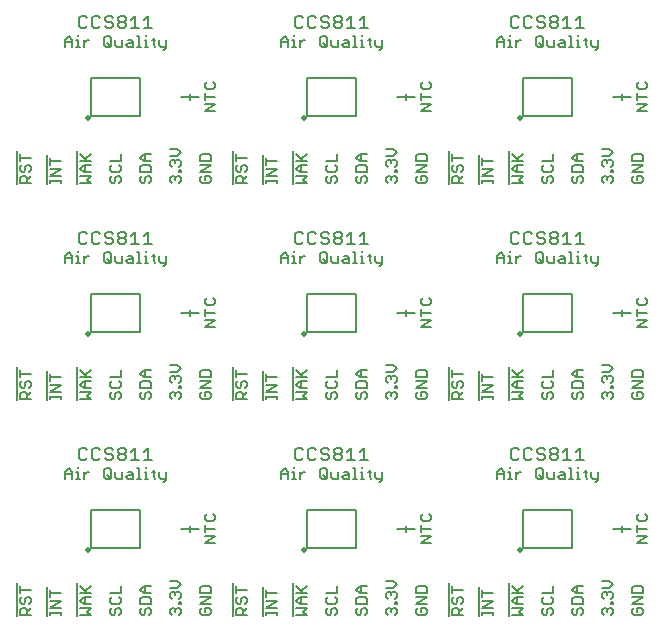
<source format=gto>
G75*
%MOIN*%
%OFA0B0*%
%FSLAX25Y25*%
%IPPOS*%
%LPD*%
%AMOC8*
5,1,8,0,0,1.08239X$1,22.5*
%
%ADD10C,0.00600*%
%ADD11C,0.00700*%
%ADD12C,0.00800*%
%ADD13C,0.02007*%
%ADD14C,0.00500*%
D10*
X0004350Y0016060D02*
X0004350Y0027109D01*
X0005547Y0025995D02*
X0005547Y0023726D01*
X0005547Y0024861D02*
X0008950Y0024861D01*
X0008383Y0022312D02*
X0008950Y0021745D01*
X0008950Y0020610D01*
X0008383Y0020043D01*
X0007249Y0020610D02*
X0007249Y0021745D01*
X0007816Y0022312D01*
X0008383Y0022312D01*
X0007249Y0020610D02*
X0006681Y0020043D01*
X0006114Y0020043D01*
X0005547Y0020610D01*
X0005547Y0021745D01*
X0006114Y0022312D01*
X0006114Y0018629D02*
X0007249Y0018629D01*
X0007816Y0018061D01*
X0007816Y0016360D01*
X0008950Y0016360D02*
X0005547Y0016360D01*
X0005547Y0018061D01*
X0006114Y0018629D01*
X0007816Y0017494D02*
X0008950Y0018629D01*
X0014350Y0016060D02*
X0014350Y0025882D01*
X0015547Y0024767D02*
X0015547Y0022499D01*
X0015547Y0023633D02*
X0018950Y0023633D01*
X0018950Y0021084D02*
X0015547Y0021084D01*
X0015547Y0018815D02*
X0018950Y0021084D01*
X0018950Y0018815D02*
X0015547Y0018815D01*
X0015547Y0017494D02*
X0015547Y0016360D01*
X0015547Y0016927D02*
X0018950Y0016927D01*
X0018950Y0016360D02*
X0018950Y0017494D01*
X0024350Y0016060D02*
X0024350Y0027109D01*
X0025547Y0025995D02*
X0027816Y0023726D01*
X0027249Y0024293D02*
X0028950Y0025995D01*
X0028950Y0023726D02*
X0025547Y0023726D01*
X0026681Y0022312D02*
X0025547Y0021177D01*
X0026681Y0020043D01*
X0028950Y0020043D01*
X0028950Y0018629D02*
X0025547Y0018629D01*
X0027249Y0020043D02*
X0027249Y0022312D01*
X0026681Y0022312D02*
X0028950Y0022312D01*
X0028950Y0018629D02*
X0027816Y0017494D01*
X0028950Y0016360D01*
X0025547Y0016360D01*
X0035547Y0016927D02*
X0036114Y0016360D01*
X0036681Y0016360D01*
X0037249Y0016927D01*
X0037249Y0018061D01*
X0037816Y0018629D01*
X0038383Y0018629D01*
X0038950Y0018061D01*
X0038950Y0016927D01*
X0038383Y0016360D01*
X0035547Y0016927D02*
X0035547Y0018061D01*
X0036114Y0018629D01*
X0036114Y0020043D02*
X0038383Y0020043D01*
X0038950Y0020610D01*
X0038950Y0021745D01*
X0038383Y0022312D01*
X0038950Y0023726D02*
X0038950Y0025995D01*
X0038950Y0023726D02*
X0035547Y0023726D01*
X0036114Y0022312D02*
X0035547Y0021745D01*
X0035547Y0020610D01*
X0036114Y0020043D01*
X0045547Y0020043D02*
X0045547Y0021745D01*
X0046114Y0022312D01*
X0048383Y0022312D01*
X0048950Y0021745D01*
X0048950Y0020043D01*
X0045547Y0020043D01*
X0046114Y0018629D02*
X0045547Y0018061D01*
X0045547Y0016927D01*
X0046114Y0016360D01*
X0046681Y0016360D01*
X0047249Y0016927D01*
X0047249Y0018061D01*
X0047816Y0018629D01*
X0048383Y0018629D01*
X0048950Y0018061D01*
X0048950Y0016927D01*
X0048383Y0016360D01*
X0055547Y0016927D02*
X0055547Y0018061D01*
X0056114Y0018629D01*
X0056681Y0018629D01*
X0057249Y0018061D01*
X0057816Y0018629D01*
X0058383Y0018629D01*
X0058950Y0018061D01*
X0058950Y0016927D01*
X0058383Y0016360D01*
X0057249Y0017494D02*
X0057249Y0018061D01*
X0056114Y0016360D02*
X0055547Y0016927D01*
X0058383Y0020043D02*
X0058383Y0020610D01*
X0058950Y0020610D01*
X0058950Y0020043D01*
X0058383Y0020043D01*
X0058383Y0021885D02*
X0058950Y0022452D01*
X0058950Y0023586D01*
X0058383Y0024153D01*
X0057816Y0024153D01*
X0057249Y0023586D01*
X0057249Y0023019D01*
X0057249Y0023586D02*
X0056681Y0024153D01*
X0056114Y0024153D01*
X0055547Y0023586D01*
X0055547Y0022452D01*
X0056114Y0021885D01*
X0055547Y0025568D02*
X0057816Y0025568D01*
X0058950Y0026702D01*
X0057816Y0027836D01*
X0055547Y0027836D01*
X0048950Y0025995D02*
X0046681Y0025995D01*
X0045547Y0024861D01*
X0046681Y0023726D01*
X0048950Y0023726D01*
X0047249Y0023726D02*
X0047249Y0025995D01*
X0065547Y0025428D02*
X0065547Y0023726D01*
X0068950Y0023726D01*
X0068950Y0025428D01*
X0068383Y0025995D01*
X0066114Y0025995D01*
X0065547Y0025428D01*
X0065547Y0022312D02*
X0068950Y0022312D01*
X0065547Y0020043D01*
X0068950Y0020043D01*
X0068383Y0018629D02*
X0067249Y0018629D01*
X0067249Y0017494D01*
X0068383Y0016360D02*
X0066114Y0016360D01*
X0065547Y0016927D01*
X0065547Y0018061D01*
X0066114Y0018629D01*
X0068383Y0018629D02*
X0068950Y0018061D01*
X0068950Y0016927D01*
X0068383Y0016360D01*
X0076350Y0016060D02*
X0076350Y0027109D01*
X0077547Y0025995D02*
X0077547Y0023726D01*
X0077547Y0024861D02*
X0080950Y0024861D01*
X0080383Y0022312D02*
X0080950Y0021745D01*
X0080950Y0020610D01*
X0080383Y0020043D01*
X0079249Y0020610D02*
X0079249Y0021745D01*
X0079816Y0022312D01*
X0080383Y0022312D01*
X0079249Y0020610D02*
X0078681Y0020043D01*
X0078114Y0020043D01*
X0077547Y0020610D01*
X0077547Y0021745D01*
X0078114Y0022312D01*
X0078114Y0018629D02*
X0079249Y0018629D01*
X0079816Y0018061D01*
X0079816Y0016360D01*
X0080950Y0016360D02*
X0077547Y0016360D01*
X0077547Y0018061D01*
X0078114Y0018629D01*
X0079816Y0017494D02*
X0080950Y0018629D01*
X0086350Y0016060D02*
X0086350Y0025882D01*
X0087547Y0024767D02*
X0087547Y0022499D01*
X0087547Y0023633D02*
X0090950Y0023633D01*
X0090950Y0021084D02*
X0087547Y0021084D01*
X0087547Y0018815D02*
X0090950Y0021084D01*
X0090950Y0018815D02*
X0087547Y0018815D01*
X0087547Y0017494D02*
X0087547Y0016360D01*
X0087547Y0016927D02*
X0090950Y0016927D01*
X0090950Y0016360D02*
X0090950Y0017494D01*
X0096350Y0016060D02*
X0096350Y0027109D01*
X0097547Y0025995D02*
X0099816Y0023726D01*
X0099249Y0024293D02*
X0100950Y0025995D01*
X0100950Y0023726D02*
X0097547Y0023726D01*
X0098681Y0022312D02*
X0097547Y0021177D01*
X0098681Y0020043D01*
X0100950Y0020043D01*
X0100950Y0018629D02*
X0097547Y0018629D01*
X0099249Y0020043D02*
X0099249Y0022312D01*
X0098681Y0022312D02*
X0100950Y0022312D01*
X0100950Y0018629D02*
X0099816Y0017494D01*
X0100950Y0016360D01*
X0097547Y0016360D01*
X0107547Y0016927D02*
X0108114Y0016360D01*
X0108681Y0016360D01*
X0109249Y0016927D01*
X0109249Y0018061D01*
X0109816Y0018629D01*
X0110383Y0018629D01*
X0110950Y0018061D01*
X0110950Y0016927D01*
X0110383Y0016360D01*
X0107547Y0016927D02*
X0107547Y0018061D01*
X0108114Y0018629D01*
X0108114Y0020043D02*
X0110383Y0020043D01*
X0110950Y0020610D01*
X0110950Y0021745D01*
X0110383Y0022312D01*
X0110950Y0023726D02*
X0110950Y0025995D01*
X0110950Y0023726D02*
X0107547Y0023726D01*
X0108114Y0022312D02*
X0107547Y0021745D01*
X0107547Y0020610D01*
X0108114Y0020043D01*
X0117547Y0020043D02*
X0117547Y0021745D01*
X0118114Y0022312D01*
X0120383Y0022312D01*
X0120950Y0021745D01*
X0120950Y0020043D01*
X0117547Y0020043D01*
X0118114Y0018629D02*
X0117547Y0018061D01*
X0117547Y0016927D01*
X0118114Y0016360D01*
X0118681Y0016360D01*
X0119249Y0016927D01*
X0119249Y0018061D01*
X0119816Y0018629D01*
X0120383Y0018629D01*
X0120950Y0018061D01*
X0120950Y0016927D01*
X0120383Y0016360D01*
X0120950Y0023726D02*
X0118681Y0023726D01*
X0117547Y0024861D01*
X0118681Y0025995D01*
X0120950Y0025995D01*
X0119249Y0025995D02*
X0119249Y0023726D01*
X0127547Y0023586D02*
X0128114Y0024153D01*
X0128681Y0024153D01*
X0129249Y0023586D01*
X0129816Y0024153D01*
X0130383Y0024153D01*
X0130950Y0023586D01*
X0130950Y0022452D01*
X0130383Y0021885D01*
X0130383Y0020610D02*
X0130950Y0020610D01*
X0130950Y0020043D01*
X0130383Y0020043D01*
X0130383Y0020610D01*
X0130383Y0018629D02*
X0130950Y0018061D01*
X0130950Y0016927D01*
X0130383Y0016360D01*
X0129249Y0017494D02*
X0129249Y0018061D01*
X0129816Y0018629D01*
X0130383Y0018629D01*
X0129249Y0018061D02*
X0128681Y0018629D01*
X0128114Y0018629D01*
X0127547Y0018061D01*
X0127547Y0016927D01*
X0128114Y0016360D01*
X0128114Y0021885D02*
X0127547Y0022452D01*
X0127547Y0023586D01*
X0129249Y0023586D02*
X0129249Y0023019D01*
X0129816Y0025568D02*
X0127547Y0025568D01*
X0127547Y0027836D02*
X0129816Y0027836D01*
X0130950Y0026702D01*
X0129816Y0025568D01*
X0137547Y0025428D02*
X0137547Y0023726D01*
X0140950Y0023726D01*
X0140950Y0025428D01*
X0140383Y0025995D01*
X0138114Y0025995D01*
X0137547Y0025428D01*
X0137547Y0022312D02*
X0140950Y0022312D01*
X0137547Y0020043D01*
X0140950Y0020043D01*
X0140383Y0018629D02*
X0139249Y0018629D01*
X0139249Y0017494D01*
X0140383Y0016360D02*
X0138114Y0016360D01*
X0137547Y0016927D01*
X0137547Y0018061D01*
X0138114Y0018629D01*
X0140383Y0018629D02*
X0140950Y0018061D01*
X0140950Y0016927D01*
X0140383Y0016360D01*
X0148350Y0016060D02*
X0148350Y0027109D01*
X0149547Y0025995D02*
X0149547Y0023726D01*
X0149547Y0024861D02*
X0152950Y0024861D01*
X0152383Y0022312D02*
X0152950Y0021745D01*
X0152950Y0020610D01*
X0152383Y0020043D01*
X0151249Y0020610D02*
X0151249Y0021745D01*
X0151816Y0022312D01*
X0152383Y0022312D01*
X0151249Y0020610D02*
X0150681Y0020043D01*
X0150114Y0020043D01*
X0149547Y0020610D01*
X0149547Y0021745D01*
X0150114Y0022312D01*
X0150114Y0018629D02*
X0151249Y0018629D01*
X0151816Y0018061D01*
X0151816Y0016360D01*
X0152950Y0016360D02*
X0149547Y0016360D01*
X0149547Y0018061D01*
X0150114Y0018629D01*
X0151816Y0017494D02*
X0152950Y0018629D01*
X0158350Y0016060D02*
X0158350Y0025882D01*
X0159547Y0024767D02*
X0159547Y0022499D01*
X0159547Y0023633D02*
X0162950Y0023633D01*
X0162950Y0021084D02*
X0159547Y0021084D01*
X0159547Y0018815D02*
X0162950Y0021084D01*
X0162950Y0018815D02*
X0159547Y0018815D01*
X0159547Y0017494D02*
X0159547Y0016360D01*
X0159547Y0016927D02*
X0162950Y0016927D01*
X0162950Y0016360D02*
X0162950Y0017494D01*
X0168350Y0016060D02*
X0168350Y0027109D01*
X0169547Y0025995D02*
X0171816Y0023726D01*
X0171249Y0024293D02*
X0172950Y0025995D01*
X0172950Y0023726D02*
X0169547Y0023726D01*
X0170681Y0022312D02*
X0172950Y0022312D01*
X0171249Y0022312D02*
X0171249Y0020043D01*
X0170681Y0020043D02*
X0172950Y0020043D01*
X0172950Y0018629D02*
X0169547Y0018629D01*
X0170681Y0020043D02*
X0169547Y0021177D01*
X0170681Y0022312D01*
X0172950Y0018629D02*
X0171816Y0017494D01*
X0172950Y0016360D01*
X0169547Y0016360D01*
X0179547Y0016927D02*
X0180114Y0016360D01*
X0180681Y0016360D01*
X0181249Y0016927D01*
X0181249Y0018061D01*
X0181816Y0018629D01*
X0182383Y0018629D01*
X0182950Y0018061D01*
X0182950Y0016927D01*
X0182383Y0016360D01*
X0180114Y0018629D02*
X0179547Y0018061D01*
X0179547Y0016927D01*
X0180114Y0020043D02*
X0179547Y0020610D01*
X0179547Y0021745D01*
X0180114Y0022312D01*
X0179547Y0023726D02*
X0182950Y0023726D01*
X0182950Y0025995D01*
X0182383Y0022312D02*
X0182950Y0021745D01*
X0182950Y0020610D01*
X0182383Y0020043D01*
X0180114Y0020043D01*
X0189547Y0020043D02*
X0189547Y0021745D01*
X0190114Y0022312D01*
X0192383Y0022312D01*
X0192950Y0021745D01*
X0192950Y0020043D01*
X0189547Y0020043D01*
X0190114Y0018629D02*
X0189547Y0018061D01*
X0189547Y0016927D01*
X0190114Y0016360D01*
X0190681Y0016360D01*
X0191249Y0016927D01*
X0191249Y0018061D01*
X0191816Y0018629D01*
X0192383Y0018629D01*
X0192950Y0018061D01*
X0192950Y0016927D01*
X0192383Y0016360D01*
X0192950Y0023726D02*
X0190681Y0023726D01*
X0189547Y0024861D01*
X0190681Y0025995D01*
X0192950Y0025995D01*
X0191249Y0025995D02*
X0191249Y0023726D01*
X0199547Y0023586D02*
X0200114Y0024153D01*
X0200681Y0024153D01*
X0201249Y0023586D01*
X0201816Y0024153D01*
X0202383Y0024153D01*
X0202950Y0023586D01*
X0202950Y0022452D01*
X0202383Y0021885D01*
X0202383Y0020610D02*
X0202950Y0020610D01*
X0202950Y0020043D01*
X0202383Y0020043D01*
X0202383Y0020610D01*
X0202383Y0018629D02*
X0202950Y0018061D01*
X0202950Y0016927D01*
X0202383Y0016360D01*
X0201249Y0017494D02*
X0201249Y0018061D01*
X0201816Y0018629D01*
X0202383Y0018629D01*
X0201249Y0018061D02*
X0200681Y0018629D01*
X0200114Y0018629D01*
X0199547Y0018061D01*
X0199547Y0016927D01*
X0200114Y0016360D01*
X0200114Y0021885D02*
X0199547Y0022452D01*
X0199547Y0023586D01*
X0201249Y0023586D02*
X0201249Y0023019D01*
X0201816Y0025568D02*
X0199547Y0025568D01*
X0199547Y0027836D02*
X0201816Y0027836D01*
X0202950Y0026702D01*
X0201816Y0025568D01*
X0209547Y0025428D02*
X0209547Y0023726D01*
X0212950Y0023726D01*
X0212950Y0025428D01*
X0212383Y0025995D01*
X0210114Y0025995D01*
X0209547Y0025428D01*
X0209547Y0022312D02*
X0212950Y0022312D01*
X0209547Y0020043D01*
X0212950Y0020043D01*
X0212383Y0018629D02*
X0211249Y0018629D01*
X0211249Y0017494D01*
X0212383Y0016360D02*
X0212950Y0016927D01*
X0212950Y0018061D01*
X0212383Y0018629D01*
X0210114Y0018629D02*
X0209547Y0018061D01*
X0209547Y0016927D01*
X0210114Y0016360D01*
X0212383Y0016360D01*
X0211047Y0040335D02*
X0214450Y0042604D01*
X0211047Y0042604D01*
X0211047Y0044018D02*
X0211047Y0046287D01*
X0211047Y0045153D02*
X0214450Y0045153D01*
X0213883Y0047702D02*
X0211614Y0047702D01*
X0211047Y0048269D01*
X0211047Y0049403D01*
X0211614Y0049970D01*
X0213883Y0049970D02*
X0214450Y0049403D01*
X0214450Y0048269D01*
X0213883Y0047702D01*
X0214450Y0040335D02*
X0211047Y0040335D01*
X0197563Y0060726D02*
X0196996Y0060726D01*
X0197563Y0060726D02*
X0198130Y0061293D01*
X0198130Y0064129D01*
X0195862Y0064129D02*
X0195862Y0062427D01*
X0196429Y0061860D01*
X0198130Y0061860D01*
X0194541Y0061860D02*
X0193973Y0062427D01*
X0193973Y0064696D01*
X0193406Y0064129D02*
X0194541Y0064129D01*
X0191518Y0064129D02*
X0191518Y0061860D01*
X0190951Y0061860D02*
X0192085Y0061860D01*
X0191518Y0064129D02*
X0190951Y0064129D01*
X0191518Y0065263D02*
X0191518Y0065830D01*
X0189063Y0065263D02*
X0189063Y0061860D01*
X0189630Y0061860D02*
X0188495Y0061860D01*
X0187081Y0061860D02*
X0185379Y0061860D01*
X0184812Y0062427D01*
X0185379Y0062994D01*
X0187081Y0062994D01*
X0187081Y0063561D02*
X0187081Y0061860D01*
X0187081Y0063561D02*
X0186514Y0064129D01*
X0185379Y0064129D01*
X0183398Y0064129D02*
X0183398Y0061860D01*
X0181696Y0061860D01*
X0181129Y0062427D01*
X0181129Y0064129D01*
X0179715Y0064696D02*
X0179715Y0062427D01*
X0179148Y0061860D01*
X0178013Y0061860D01*
X0177446Y0062427D01*
X0177446Y0064696D01*
X0178013Y0065263D01*
X0179148Y0065263D01*
X0179715Y0064696D01*
X0178580Y0062994D02*
X0179715Y0061860D01*
X0172395Y0064129D02*
X0171828Y0064129D01*
X0170694Y0062994D01*
X0170694Y0061860D02*
X0170694Y0064129D01*
X0168805Y0064129D02*
X0168805Y0061860D01*
X0168238Y0061860D02*
X0169373Y0061860D01*
X0168805Y0064129D02*
X0168238Y0064129D01*
X0168805Y0065263D02*
X0168805Y0065830D01*
X0166824Y0064129D02*
X0166824Y0061860D01*
X0166824Y0063561D02*
X0164555Y0063561D01*
X0164555Y0064129D02*
X0165689Y0065263D01*
X0166824Y0064129D01*
X0164555Y0064129D02*
X0164555Y0061860D01*
X0188495Y0065263D02*
X0189063Y0065263D01*
X0190114Y0088360D02*
X0190681Y0088360D01*
X0191249Y0088927D01*
X0191249Y0090061D01*
X0191816Y0090629D01*
X0192383Y0090629D01*
X0192950Y0090061D01*
X0192950Y0088927D01*
X0192383Y0088360D01*
X0190114Y0088360D02*
X0189547Y0088927D01*
X0189547Y0090061D01*
X0190114Y0090629D01*
X0189547Y0092043D02*
X0189547Y0093745D01*
X0190114Y0094312D01*
X0192383Y0094312D01*
X0192950Y0093745D01*
X0192950Y0092043D01*
X0189547Y0092043D01*
X0190681Y0095726D02*
X0189547Y0096861D01*
X0190681Y0097995D01*
X0192950Y0097995D01*
X0191249Y0097995D02*
X0191249Y0095726D01*
X0190681Y0095726D02*
X0192950Y0095726D01*
X0199547Y0095586D02*
X0199547Y0094452D01*
X0200114Y0093885D01*
X0201249Y0095019D02*
X0201249Y0095586D01*
X0201816Y0096153D01*
X0202383Y0096153D01*
X0202950Y0095586D01*
X0202950Y0094452D01*
X0202383Y0093885D01*
X0202383Y0092610D02*
X0202950Y0092610D01*
X0202950Y0092043D01*
X0202383Y0092043D01*
X0202383Y0092610D01*
X0202383Y0090629D02*
X0202950Y0090061D01*
X0202950Y0088927D01*
X0202383Y0088360D01*
X0201249Y0089494D02*
X0201249Y0090061D01*
X0201816Y0090629D01*
X0202383Y0090629D01*
X0201249Y0090061D02*
X0200681Y0090629D01*
X0200114Y0090629D01*
X0199547Y0090061D01*
X0199547Y0088927D01*
X0200114Y0088360D01*
X0199547Y0095586D02*
X0200114Y0096153D01*
X0200681Y0096153D01*
X0201249Y0095586D01*
X0201816Y0097568D02*
X0199547Y0097568D01*
X0199547Y0099836D02*
X0201816Y0099836D01*
X0202950Y0098702D01*
X0201816Y0097568D01*
X0209547Y0097428D02*
X0209547Y0095726D01*
X0212950Y0095726D01*
X0212950Y0097428D01*
X0212383Y0097995D01*
X0210114Y0097995D01*
X0209547Y0097428D01*
X0209547Y0094312D02*
X0212950Y0094312D01*
X0209547Y0092043D01*
X0212950Y0092043D01*
X0212383Y0090629D02*
X0211249Y0090629D01*
X0211249Y0089494D01*
X0212383Y0088360D02*
X0210114Y0088360D01*
X0209547Y0088927D01*
X0209547Y0090061D01*
X0210114Y0090629D01*
X0212383Y0090629D02*
X0212950Y0090061D01*
X0212950Y0088927D01*
X0212383Y0088360D01*
X0211047Y0112335D02*
X0214450Y0114604D01*
X0211047Y0114604D01*
X0211047Y0116018D02*
X0211047Y0118287D01*
X0211047Y0117153D02*
X0214450Y0117153D01*
X0213883Y0119702D02*
X0211614Y0119702D01*
X0211047Y0120269D01*
X0211047Y0121403D01*
X0211614Y0121970D01*
X0213883Y0121970D02*
X0214450Y0121403D01*
X0214450Y0120269D01*
X0213883Y0119702D01*
X0214450Y0112335D02*
X0211047Y0112335D01*
X0197563Y0132726D02*
X0196996Y0132726D01*
X0197563Y0132726D02*
X0198130Y0133293D01*
X0198130Y0136129D01*
X0195862Y0136129D02*
X0195862Y0134427D01*
X0196429Y0133860D01*
X0198130Y0133860D01*
X0194541Y0133860D02*
X0193973Y0134427D01*
X0193973Y0136696D01*
X0193406Y0136129D02*
X0194541Y0136129D01*
X0191518Y0136129D02*
X0191518Y0133860D01*
X0190951Y0133860D02*
X0192085Y0133860D01*
X0191518Y0136129D02*
X0190951Y0136129D01*
X0191518Y0137263D02*
X0191518Y0137830D01*
X0189063Y0137263D02*
X0189063Y0133860D01*
X0189630Y0133860D02*
X0188495Y0133860D01*
X0187081Y0133860D02*
X0185379Y0133860D01*
X0184812Y0134427D01*
X0185379Y0134994D01*
X0187081Y0134994D01*
X0187081Y0135561D02*
X0187081Y0133860D01*
X0187081Y0135561D02*
X0186514Y0136129D01*
X0185379Y0136129D01*
X0183398Y0136129D02*
X0183398Y0133860D01*
X0181696Y0133860D01*
X0181129Y0134427D01*
X0181129Y0136129D01*
X0179715Y0136696D02*
X0179715Y0134427D01*
X0179148Y0133860D01*
X0178013Y0133860D01*
X0177446Y0134427D01*
X0177446Y0136696D01*
X0178013Y0137263D01*
X0179148Y0137263D01*
X0179715Y0136696D01*
X0178580Y0134994D02*
X0179715Y0133860D01*
X0172395Y0136129D02*
X0171828Y0136129D01*
X0170694Y0134994D01*
X0170694Y0133860D02*
X0170694Y0136129D01*
X0168805Y0136129D02*
X0168805Y0133860D01*
X0168238Y0133860D02*
X0169373Y0133860D01*
X0168805Y0136129D02*
X0168238Y0136129D01*
X0168805Y0137263D02*
X0168805Y0137830D01*
X0166824Y0136129D02*
X0165689Y0137263D01*
X0164555Y0136129D01*
X0164555Y0133860D01*
X0164555Y0135561D02*
X0166824Y0135561D01*
X0166824Y0136129D02*
X0166824Y0133860D01*
X0188495Y0137263D02*
X0189063Y0137263D01*
X0190114Y0160360D02*
X0190681Y0160360D01*
X0191249Y0160927D01*
X0191249Y0162061D01*
X0191816Y0162629D01*
X0192383Y0162629D01*
X0192950Y0162061D01*
X0192950Y0160927D01*
X0192383Y0160360D01*
X0190114Y0160360D02*
X0189547Y0160927D01*
X0189547Y0162061D01*
X0190114Y0162629D01*
X0189547Y0164043D02*
X0189547Y0165745D01*
X0190114Y0166312D01*
X0192383Y0166312D01*
X0192950Y0165745D01*
X0192950Y0164043D01*
X0189547Y0164043D01*
X0190681Y0167726D02*
X0189547Y0168861D01*
X0190681Y0169995D01*
X0192950Y0169995D01*
X0191249Y0169995D02*
X0191249Y0167726D01*
X0190681Y0167726D02*
X0192950Y0167726D01*
X0199547Y0167586D02*
X0200114Y0168153D01*
X0200681Y0168153D01*
X0201249Y0167586D01*
X0201816Y0168153D01*
X0202383Y0168153D01*
X0202950Y0167586D01*
X0202950Y0166452D01*
X0202383Y0165885D01*
X0202383Y0164610D02*
X0202950Y0164610D01*
X0202950Y0164043D01*
X0202383Y0164043D01*
X0202383Y0164610D01*
X0202383Y0162629D02*
X0202950Y0162061D01*
X0202950Y0160927D01*
X0202383Y0160360D01*
X0201249Y0161494D02*
X0201249Y0162061D01*
X0201816Y0162629D01*
X0202383Y0162629D01*
X0201249Y0162061D02*
X0200681Y0162629D01*
X0200114Y0162629D01*
X0199547Y0162061D01*
X0199547Y0160927D01*
X0200114Y0160360D01*
X0200114Y0165885D02*
X0199547Y0166452D01*
X0199547Y0167586D01*
X0201249Y0167586D02*
X0201249Y0167019D01*
X0201816Y0169568D02*
X0199547Y0169568D01*
X0199547Y0171836D02*
X0201816Y0171836D01*
X0202950Y0170702D01*
X0201816Y0169568D01*
X0209547Y0169428D02*
X0209547Y0167726D01*
X0212950Y0167726D01*
X0212950Y0169428D01*
X0212383Y0169995D01*
X0210114Y0169995D01*
X0209547Y0169428D01*
X0209547Y0166312D02*
X0212950Y0166312D01*
X0209547Y0164043D01*
X0212950Y0164043D01*
X0212383Y0162629D02*
X0211249Y0162629D01*
X0211249Y0161494D01*
X0212383Y0160360D02*
X0212950Y0160927D01*
X0212950Y0162061D01*
X0212383Y0162629D01*
X0210114Y0162629D02*
X0209547Y0162061D01*
X0209547Y0160927D01*
X0210114Y0160360D01*
X0212383Y0160360D01*
X0211047Y0184335D02*
X0214450Y0186604D01*
X0211047Y0186604D01*
X0211047Y0188018D02*
X0211047Y0190287D01*
X0211047Y0189153D02*
X0214450Y0189153D01*
X0213883Y0191702D02*
X0211614Y0191702D01*
X0211047Y0192269D01*
X0211047Y0193403D01*
X0211614Y0193970D01*
X0213883Y0193970D02*
X0214450Y0193403D01*
X0214450Y0192269D01*
X0213883Y0191702D01*
X0214450Y0184335D02*
X0211047Y0184335D01*
X0197563Y0204726D02*
X0196996Y0204726D01*
X0197563Y0204726D02*
X0198130Y0205293D01*
X0198130Y0208129D01*
X0195862Y0208129D02*
X0195862Y0206427D01*
X0196429Y0205860D01*
X0198130Y0205860D01*
X0194541Y0205860D02*
X0193973Y0206427D01*
X0193973Y0208696D01*
X0193406Y0208129D02*
X0194541Y0208129D01*
X0191518Y0208129D02*
X0191518Y0205860D01*
X0190951Y0205860D02*
X0192085Y0205860D01*
X0191518Y0208129D02*
X0190951Y0208129D01*
X0191518Y0209263D02*
X0191518Y0209830D01*
X0189063Y0209263D02*
X0189063Y0205860D01*
X0189630Y0205860D02*
X0188495Y0205860D01*
X0187081Y0205860D02*
X0185379Y0205860D01*
X0184812Y0206427D01*
X0185379Y0206994D01*
X0187081Y0206994D01*
X0187081Y0207561D02*
X0187081Y0205860D01*
X0187081Y0207561D02*
X0186514Y0208129D01*
X0185379Y0208129D01*
X0183398Y0208129D02*
X0183398Y0205860D01*
X0181696Y0205860D01*
X0181129Y0206427D01*
X0181129Y0208129D01*
X0179715Y0208696D02*
X0179715Y0206427D01*
X0179148Y0205860D01*
X0178013Y0205860D01*
X0177446Y0206427D01*
X0177446Y0208696D01*
X0178013Y0209263D01*
X0179148Y0209263D01*
X0179715Y0208696D01*
X0178580Y0206994D02*
X0179715Y0205860D01*
X0172395Y0208129D02*
X0171828Y0208129D01*
X0170694Y0206994D01*
X0170694Y0205860D02*
X0170694Y0208129D01*
X0168805Y0208129D02*
X0168805Y0205860D01*
X0168238Y0205860D02*
X0169373Y0205860D01*
X0168805Y0208129D02*
X0168238Y0208129D01*
X0168805Y0209263D02*
X0168805Y0209830D01*
X0166824Y0208129D02*
X0166824Y0205860D01*
X0166824Y0207561D02*
X0164555Y0207561D01*
X0164555Y0208129D02*
X0165689Y0209263D01*
X0166824Y0208129D01*
X0164555Y0208129D02*
X0164555Y0205860D01*
X0188495Y0209263D02*
X0189063Y0209263D01*
X0168350Y0171109D02*
X0168350Y0160060D01*
X0169547Y0160360D02*
X0172950Y0160360D01*
X0171816Y0161494D01*
X0172950Y0162629D01*
X0169547Y0162629D01*
X0170681Y0164043D02*
X0169547Y0165177D01*
X0170681Y0166312D01*
X0172950Y0166312D01*
X0172950Y0167726D02*
X0169547Y0167726D01*
X0171249Y0168293D02*
X0172950Y0169995D01*
X0171816Y0167726D02*
X0169547Y0169995D01*
X0171249Y0166312D02*
X0171249Y0164043D01*
X0170681Y0164043D02*
X0172950Y0164043D01*
X0179547Y0164610D02*
X0180114Y0164043D01*
X0182383Y0164043D01*
X0182950Y0164610D01*
X0182950Y0165745D01*
X0182383Y0166312D01*
X0182950Y0167726D02*
X0182950Y0169995D01*
X0182950Y0167726D02*
X0179547Y0167726D01*
X0180114Y0166312D02*
X0179547Y0165745D01*
X0179547Y0164610D01*
X0180114Y0162629D02*
X0179547Y0162061D01*
X0179547Y0160927D01*
X0180114Y0160360D01*
X0180681Y0160360D01*
X0181249Y0160927D01*
X0181249Y0162061D01*
X0181816Y0162629D01*
X0182383Y0162629D01*
X0182950Y0162061D01*
X0182950Y0160927D01*
X0182383Y0160360D01*
X0162950Y0160360D02*
X0162950Y0161494D01*
X0162950Y0160927D02*
X0159547Y0160927D01*
X0159547Y0160360D02*
X0159547Y0161494D01*
X0159547Y0162815D02*
X0162950Y0165084D01*
X0159547Y0165084D01*
X0159547Y0166499D02*
X0159547Y0168767D01*
X0159547Y0167633D02*
X0162950Y0167633D01*
X0162950Y0162815D02*
X0159547Y0162815D01*
X0158350Y0160060D02*
X0158350Y0169882D01*
X0152950Y0168861D02*
X0149547Y0168861D01*
X0149547Y0169995D02*
X0149547Y0167726D01*
X0150114Y0166312D02*
X0149547Y0165745D01*
X0149547Y0164610D01*
X0150114Y0164043D01*
X0150681Y0164043D01*
X0151249Y0164610D01*
X0151249Y0165745D01*
X0151816Y0166312D01*
X0152383Y0166312D01*
X0152950Y0165745D01*
X0152950Y0164610D01*
X0152383Y0164043D01*
X0152950Y0162629D02*
X0151816Y0161494D01*
X0151816Y0162061D02*
X0151816Y0160360D01*
X0152950Y0160360D02*
X0149547Y0160360D01*
X0149547Y0162061D01*
X0150114Y0162629D01*
X0151249Y0162629D01*
X0151816Y0162061D01*
X0148350Y0160060D02*
X0148350Y0171109D01*
X0140950Y0169428D02*
X0140950Y0167726D01*
X0137547Y0167726D01*
X0137547Y0169428D01*
X0138114Y0169995D01*
X0140383Y0169995D01*
X0140950Y0169428D01*
X0140950Y0166312D02*
X0137547Y0166312D01*
X0137547Y0164043D02*
X0140950Y0166312D01*
X0140950Y0164043D02*
X0137547Y0164043D01*
X0138114Y0162629D02*
X0137547Y0162061D01*
X0137547Y0160927D01*
X0138114Y0160360D01*
X0140383Y0160360D01*
X0140950Y0160927D01*
X0140950Y0162061D01*
X0140383Y0162629D01*
X0139249Y0162629D01*
X0139249Y0161494D01*
X0130950Y0160927D02*
X0130383Y0160360D01*
X0130950Y0160927D02*
X0130950Y0162061D01*
X0130383Y0162629D01*
X0129816Y0162629D01*
X0129249Y0162061D01*
X0129249Y0161494D01*
X0129249Y0162061D02*
X0128681Y0162629D01*
X0128114Y0162629D01*
X0127547Y0162061D01*
X0127547Y0160927D01*
X0128114Y0160360D01*
X0130383Y0164043D02*
X0130383Y0164610D01*
X0130950Y0164610D01*
X0130950Y0164043D01*
X0130383Y0164043D01*
X0130383Y0165885D02*
X0130950Y0166452D01*
X0130950Y0167586D01*
X0130383Y0168153D01*
X0129816Y0168153D01*
X0129249Y0167586D01*
X0129249Y0167019D01*
X0129249Y0167586D02*
X0128681Y0168153D01*
X0128114Y0168153D01*
X0127547Y0167586D01*
X0127547Y0166452D01*
X0128114Y0165885D01*
X0127547Y0169568D02*
X0129816Y0169568D01*
X0130950Y0170702D01*
X0129816Y0171836D01*
X0127547Y0171836D01*
X0120950Y0169995D02*
X0118681Y0169995D01*
X0117547Y0168861D01*
X0118681Y0167726D01*
X0120950Y0167726D01*
X0120383Y0166312D02*
X0120950Y0165745D01*
X0120950Y0164043D01*
X0117547Y0164043D01*
X0117547Y0165745D01*
X0118114Y0166312D01*
X0120383Y0166312D01*
X0119249Y0167726D02*
X0119249Y0169995D01*
X0119816Y0162629D02*
X0120383Y0162629D01*
X0120950Y0162061D01*
X0120950Y0160927D01*
X0120383Y0160360D01*
X0119249Y0160927D02*
X0119249Y0162061D01*
X0119816Y0162629D01*
X0118114Y0162629D02*
X0117547Y0162061D01*
X0117547Y0160927D01*
X0118114Y0160360D01*
X0118681Y0160360D01*
X0119249Y0160927D01*
X0110950Y0160927D02*
X0110383Y0160360D01*
X0110950Y0160927D02*
X0110950Y0162061D01*
X0110383Y0162629D01*
X0109816Y0162629D01*
X0109249Y0162061D01*
X0109249Y0160927D01*
X0108681Y0160360D01*
X0108114Y0160360D01*
X0107547Y0160927D01*
X0107547Y0162061D01*
X0108114Y0162629D01*
X0108114Y0164043D02*
X0110383Y0164043D01*
X0110950Y0164610D01*
X0110950Y0165745D01*
X0110383Y0166312D01*
X0110950Y0167726D02*
X0110950Y0169995D01*
X0110950Y0167726D02*
X0107547Y0167726D01*
X0108114Y0166312D02*
X0107547Y0165745D01*
X0107547Y0164610D01*
X0108114Y0164043D01*
X0100950Y0164043D02*
X0098681Y0164043D01*
X0097547Y0165177D01*
X0098681Y0166312D01*
X0100950Y0166312D01*
X0100950Y0167726D02*
X0097547Y0167726D01*
X0099249Y0168293D02*
X0100950Y0169995D01*
X0099816Y0167726D02*
X0097547Y0169995D01*
X0096350Y0171109D02*
X0096350Y0160060D01*
X0097547Y0160360D02*
X0100950Y0160360D01*
X0099816Y0161494D01*
X0100950Y0162629D01*
X0097547Y0162629D01*
X0099249Y0164043D02*
X0099249Y0166312D01*
X0090950Y0165084D02*
X0087547Y0165084D01*
X0087547Y0166499D02*
X0087547Y0168767D01*
X0087547Y0167633D02*
X0090950Y0167633D01*
X0090950Y0165084D02*
X0087547Y0162815D01*
X0090950Y0162815D01*
X0090950Y0161494D02*
X0090950Y0160360D01*
X0090950Y0160927D02*
X0087547Y0160927D01*
X0087547Y0160360D02*
X0087547Y0161494D01*
X0086350Y0160060D02*
X0086350Y0169882D01*
X0080950Y0168861D02*
X0077547Y0168861D01*
X0077547Y0169995D02*
X0077547Y0167726D01*
X0078114Y0166312D02*
X0077547Y0165745D01*
X0077547Y0164610D01*
X0078114Y0164043D01*
X0078681Y0164043D01*
X0079249Y0164610D01*
X0079249Y0165745D01*
X0079816Y0166312D01*
X0080383Y0166312D01*
X0080950Y0165745D01*
X0080950Y0164610D01*
X0080383Y0164043D01*
X0080950Y0162629D02*
X0079816Y0161494D01*
X0079816Y0162061D02*
X0079816Y0160360D01*
X0080950Y0160360D02*
X0077547Y0160360D01*
X0077547Y0162061D01*
X0078114Y0162629D01*
X0079249Y0162629D01*
X0079816Y0162061D01*
X0076350Y0160060D02*
X0076350Y0171109D01*
X0068950Y0169428D02*
X0068950Y0167726D01*
X0065547Y0167726D01*
X0065547Y0169428D01*
X0066114Y0169995D01*
X0068383Y0169995D01*
X0068950Y0169428D01*
X0068950Y0166312D02*
X0065547Y0166312D01*
X0065547Y0164043D02*
X0068950Y0166312D01*
X0068950Y0164043D02*
X0065547Y0164043D01*
X0066114Y0162629D02*
X0065547Y0162061D01*
X0065547Y0160927D01*
X0066114Y0160360D01*
X0068383Y0160360D01*
X0068950Y0160927D01*
X0068950Y0162061D01*
X0068383Y0162629D01*
X0067249Y0162629D01*
X0067249Y0161494D01*
X0058950Y0160927D02*
X0058383Y0160360D01*
X0058950Y0160927D02*
X0058950Y0162061D01*
X0058383Y0162629D01*
X0057816Y0162629D01*
X0057249Y0162061D01*
X0057249Y0161494D01*
X0057249Y0162061D02*
X0056681Y0162629D01*
X0056114Y0162629D01*
X0055547Y0162061D01*
X0055547Y0160927D01*
X0056114Y0160360D01*
X0058383Y0164043D02*
X0058383Y0164610D01*
X0058950Y0164610D01*
X0058950Y0164043D01*
X0058383Y0164043D01*
X0058383Y0165885D02*
X0058950Y0166452D01*
X0058950Y0167586D01*
X0058383Y0168153D01*
X0057816Y0168153D01*
X0057249Y0167586D01*
X0057249Y0167019D01*
X0057249Y0167586D02*
X0056681Y0168153D01*
X0056114Y0168153D01*
X0055547Y0167586D01*
X0055547Y0166452D01*
X0056114Y0165885D01*
X0055547Y0169568D02*
X0057816Y0169568D01*
X0058950Y0170702D01*
X0057816Y0171836D01*
X0055547Y0171836D01*
X0048950Y0169995D02*
X0046681Y0169995D01*
X0045547Y0168861D01*
X0046681Y0167726D01*
X0048950Y0167726D01*
X0048383Y0166312D02*
X0046114Y0166312D01*
X0045547Y0165745D01*
X0045547Y0164043D01*
X0048950Y0164043D01*
X0048950Y0165745D01*
X0048383Y0166312D01*
X0047249Y0167726D02*
X0047249Y0169995D01*
X0047816Y0162629D02*
X0048383Y0162629D01*
X0048950Y0162061D01*
X0048950Y0160927D01*
X0048383Y0160360D01*
X0047249Y0160927D02*
X0047249Y0162061D01*
X0047816Y0162629D01*
X0046114Y0162629D02*
X0045547Y0162061D01*
X0045547Y0160927D01*
X0046114Y0160360D01*
X0046681Y0160360D01*
X0047249Y0160927D01*
X0038950Y0160927D02*
X0038383Y0160360D01*
X0038950Y0160927D02*
X0038950Y0162061D01*
X0038383Y0162629D01*
X0037816Y0162629D01*
X0037249Y0162061D01*
X0037249Y0160927D01*
X0036681Y0160360D01*
X0036114Y0160360D01*
X0035547Y0160927D01*
X0035547Y0162061D01*
X0036114Y0162629D01*
X0036114Y0164043D02*
X0038383Y0164043D01*
X0038950Y0164610D01*
X0038950Y0165745D01*
X0038383Y0166312D01*
X0038950Y0167726D02*
X0038950Y0169995D01*
X0038950Y0167726D02*
X0035547Y0167726D01*
X0036114Y0166312D02*
X0035547Y0165745D01*
X0035547Y0164610D01*
X0036114Y0164043D01*
X0028950Y0164043D02*
X0026681Y0164043D01*
X0025547Y0165177D01*
X0026681Y0166312D01*
X0028950Y0166312D01*
X0028950Y0167726D02*
X0025547Y0167726D01*
X0027249Y0168293D02*
X0028950Y0169995D01*
X0027816Y0167726D02*
X0025547Y0169995D01*
X0024350Y0171109D02*
X0024350Y0160060D01*
X0025547Y0160360D02*
X0028950Y0160360D01*
X0027816Y0161494D01*
X0028950Y0162629D01*
X0025547Y0162629D01*
X0027249Y0164043D02*
X0027249Y0166312D01*
X0018950Y0165084D02*
X0015547Y0165084D01*
X0015547Y0166499D02*
X0015547Y0168767D01*
X0015547Y0167633D02*
X0018950Y0167633D01*
X0018950Y0165084D02*
X0015547Y0162815D01*
X0018950Y0162815D01*
X0018950Y0161494D02*
X0018950Y0160360D01*
X0018950Y0160927D02*
X0015547Y0160927D01*
X0015547Y0160360D02*
X0015547Y0161494D01*
X0014350Y0160060D02*
X0014350Y0169882D01*
X0008950Y0168861D02*
X0005547Y0168861D01*
X0005547Y0169995D02*
X0005547Y0167726D01*
X0006114Y0166312D02*
X0005547Y0165745D01*
X0005547Y0164610D01*
X0006114Y0164043D01*
X0006681Y0164043D01*
X0007249Y0164610D01*
X0007249Y0165745D01*
X0007816Y0166312D01*
X0008383Y0166312D01*
X0008950Y0165745D01*
X0008950Y0164610D01*
X0008383Y0164043D01*
X0008950Y0162629D02*
X0007816Y0161494D01*
X0007816Y0162061D02*
X0007816Y0160360D01*
X0008950Y0160360D02*
X0005547Y0160360D01*
X0005547Y0162061D01*
X0006114Y0162629D01*
X0007249Y0162629D01*
X0007816Y0162061D01*
X0004350Y0160060D02*
X0004350Y0171109D01*
X0020555Y0205860D02*
X0020555Y0208129D01*
X0021689Y0209263D01*
X0022824Y0208129D01*
X0022824Y0205860D01*
X0024238Y0205860D02*
X0025373Y0205860D01*
X0024805Y0205860D02*
X0024805Y0208129D01*
X0024238Y0208129D01*
X0024805Y0209263D02*
X0024805Y0209830D01*
X0026694Y0208129D02*
X0026694Y0205860D01*
X0026694Y0206994D02*
X0027828Y0208129D01*
X0028395Y0208129D01*
X0022824Y0207561D02*
X0020555Y0207561D01*
X0033446Y0206427D02*
X0034013Y0205860D01*
X0035148Y0205860D01*
X0035715Y0206427D01*
X0035715Y0208696D01*
X0035148Y0209263D01*
X0034013Y0209263D01*
X0033446Y0208696D01*
X0033446Y0206427D01*
X0034580Y0206994D02*
X0035715Y0205860D01*
X0037129Y0206427D02*
X0037696Y0205860D01*
X0039398Y0205860D01*
X0039398Y0208129D01*
X0041379Y0208129D02*
X0042514Y0208129D01*
X0043081Y0207561D01*
X0043081Y0205860D01*
X0041379Y0205860D01*
X0040812Y0206427D01*
X0041379Y0206994D01*
X0043081Y0206994D01*
X0044495Y0205860D02*
X0045630Y0205860D01*
X0045063Y0205860D02*
X0045063Y0209263D01*
X0044495Y0209263D01*
X0046951Y0208129D02*
X0047518Y0208129D01*
X0047518Y0205860D01*
X0046951Y0205860D02*
X0048085Y0205860D01*
X0049973Y0206427D02*
X0050541Y0205860D01*
X0049973Y0206427D02*
X0049973Y0208696D01*
X0049406Y0208129D02*
X0050541Y0208129D01*
X0051862Y0208129D02*
X0051862Y0206427D01*
X0052429Y0205860D01*
X0054130Y0205860D01*
X0054130Y0205293D02*
X0053563Y0204726D01*
X0052996Y0204726D01*
X0054130Y0205293D02*
X0054130Y0208129D01*
X0047518Y0209263D02*
X0047518Y0209830D01*
X0037129Y0208129D02*
X0037129Y0206427D01*
X0067047Y0193403D02*
X0067047Y0192269D01*
X0067614Y0191702D01*
X0069883Y0191702D01*
X0070450Y0192269D01*
X0070450Y0193403D01*
X0069883Y0193970D01*
X0067614Y0193970D02*
X0067047Y0193403D01*
X0067047Y0190287D02*
X0067047Y0188018D01*
X0067047Y0189153D02*
X0070450Y0189153D01*
X0070450Y0186604D02*
X0067047Y0186604D01*
X0067047Y0184335D02*
X0070450Y0186604D01*
X0070450Y0184335D02*
X0067047Y0184335D01*
X0092555Y0205860D02*
X0092555Y0208129D01*
X0093689Y0209263D01*
X0094824Y0208129D01*
X0094824Y0205860D01*
X0096238Y0205860D02*
X0097373Y0205860D01*
X0096805Y0205860D02*
X0096805Y0208129D01*
X0096238Y0208129D01*
X0096805Y0209263D02*
X0096805Y0209830D01*
X0098694Y0208129D02*
X0098694Y0205860D01*
X0098694Y0206994D02*
X0099828Y0208129D01*
X0100395Y0208129D01*
X0094824Y0207561D02*
X0092555Y0207561D01*
X0105446Y0206427D02*
X0106013Y0205860D01*
X0107148Y0205860D01*
X0107715Y0206427D01*
X0107715Y0208696D01*
X0107148Y0209263D01*
X0106013Y0209263D01*
X0105446Y0208696D01*
X0105446Y0206427D01*
X0106580Y0206994D02*
X0107715Y0205860D01*
X0109129Y0206427D02*
X0109696Y0205860D01*
X0111398Y0205860D01*
X0111398Y0208129D01*
X0113379Y0208129D02*
X0114514Y0208129D01*
X0115081Y0207561D01*
X0115081Y0205860D01*
X0113379Y0205860D01*
X0112812Y0206427D01*
X0113379Y0206994D01*
X0115081Y0206994D01*
X0116495Y0205860D02*
X0117630Y0205860D01*
X0117063Y0205860D02*
X0117063Y0209263D01*
X0116495Y0209263D01*
X0118951Y0208129D02*
X0119518Y0208129D01*
X0119518Y0205860D01*
X0118951Y0205860D02*
X0120085Y0205860D01*
X0121973Y0206427D02*
X0122541Y0205860D01*
X0121973Y0206427D02*
X0121973Y0208696D01*
X0121406Y0208129D02*
X0122541Y0208129D01*
X0123862Y0208129D02*
X0123862Y0206427D01*
X0124429Y0205860D01*
X0126130Y0205860D01*
X0126130Y0205293D02*
X0125563Y0204726D01*
X0124996Y0204726D01*
X0126130Y0205293D02*
X0126130Y0208129D01*
X0119518Y0209263D02*
X0119518Y0209830D01*
X0109129Y0208129D02*
X0109129Y0206427D01*
X0139047Y0193403D02*
X0139047Y0192269D01*
X0139614Y0191702D01*
X0141883Y0191702D01*
X0142450Y0192269D01*
X0142450Y0193403D01*
X0141883Y0193970D01*
X0139614Y0193970D02*
X0139047Y0193403D01*
X0139047Y0190287D02*
X0139047Y0188018D01*
X0139047Y0189153D02*
X0142450Y0189153D01*
X0142450Y0186604D02*
X0139047Y0186604D01*
X0139047Y0184335D02*
X0142450Y0186604D01*
X0142450Y0184335D02*
X0139047Y0184335D01*
X0119518Y0137830D02*
X0119518Y0137263D01*
X0119518Y0136129D02*
X0119518Y0133860D01*
X0118951Y0133860D02*
X0120085Y0133860D01*
X0121973Y0134427D02*
X0121973Y0136696D01*
X0121406Y0136129D02*
X0122541Y0136129D01*
X0123862Y0136129D02*
X0123862Y0134427D01*
X0124429Y0133860D01*
X0126130Y0133860D01*
X0126130Y0133293D02*
X0125563Y0132726D01*
X0124996Y0132726D01*
X0126130Y0133293D02*
X0126130Y0136129D01*
X0122541Y0133860D02*
X0121973Y0134427D01*
X0119518Y0136129D02*
X0118951Y0136129D01*
X0117063Y0137263D02*
X0117063Y0133860D01*
X0117630Y0133860D02*
X0116495Y0133860D01*
X0115081Y0133860D02*
X0115081Y0135561D01*
X0114514Y0136129D01*
X0113379Y0136129D01*
X0113379Y0134994D02*
X0115081Y0134994D01*
X0115081Y0133860D02*
X0113379Y0133860D01*
X0112812Y0134427D01*
X0113379Y0134994D01*
X0111398Y0133860D02*
X0111398Y0136129D01*
X0109129Y0136129D02*
X0109129Y0134427D01*
X0109696Y0133860D01*
X0111398Y0133860D01*
X0107715Y0133860D02*
X0106580Y0134994D01*
X0106013Y0133860D02*
X0105446Y0134427D01*
X0105446Y0136696D01*
X0106013Y0137263D01*
X0107148Y0137263D01*
X0107715Y0136696D01*
X0107715Y0134427D01*
X0107148Y0133860D01*
X0106013Y0133860D01*
X0100395Y0136129D02*
X0099828Y0136129D01*
X0098694Y0134994D01*
X0098694Y0133860D02*
X0098694Y0136129D01*
X0096805Y0136129D02*
X0096805Y0133860D01*
X0096238Y0133860D02*
X0097373Y0133860D01*
X0096805Y0136129D02*
X0096238Y0136129D01*
X0096805Y0137263D02*
X0096805Y0137830D01*
X0094824Y0136129D02*
X0094824Y0133860D01*
X0094824Y0135561D02*
X0092555Y0135561D01*
X0092555Y0136129D02*
X0093689Y0137263D01*
X0094824Y0136129D01*
X0092555Y0136129D02*
X0092555Y0133860D01*
X0070450Y0121403D02*
X0069883Y0121970D01*
X0070450Y0121403D02*
X0070450Y0120269D01*
X0069883Y0119702D01*
X0067614Y0119702D01*
X0067047Y0120269D01*
X0067047Y0121403D01*
X0067614Y0121970D01*
X0067047Y0118287D02*
X0067047Y0116018D01*
X0067047Y0117153D02*
X0070450Y0117153D01*
X0070450Y0114604D02*
X0067047Y0114604D01*
X0067047Y0112335D02*
X0070450Y0114604D01*
X0070450Y0112335D02*
X0067047Y0112335D01*
X0057816Y0099836D02*
X0055547Y0099836D01*
X0055547Y0097568D02*
X0057816Y0097568D01*
X0058950Y0098702D01*
X0057816Y0099836D01*
X0057816Y0096153D02*
X0058383Y0096153D01*
X0058950Y0095586D01*
X0058950Y0094452D01*
X0058383Y0093885D01*
X0058383Y0092610D02*
X0058950Y0092610D01*
X0058950Y0092043D01*
X0058383Y0092043D01*
X0058383Y0092610D01*
X0058383Y0090629D02*
X0058950Y0090061D01*
X0058950Y0088927D01*
X0058383Y0088360D01*
X0057249Y0089494D02*
X0057249Y0090061D01*
X0057816Y0090629D01*
X0058383Y0090629D01*
X0057249Y0090061D02*
X0056681Y0090629D01*
X0056114Y0090629D01*
X0055547Y0090061D01*
X0055547Y0088927D01*
X0056114Y0088360D01*
X0056114Y0093885D02*
X0055547Y0094452D01*
X0055547Y0095586D01*
X0056114Y0096153D01*
X0056681Y0096153D01*
X0057249Y0095586D01*
X0057816Y0096153D01*
X0057249Y0095586D02*
X0057249Y0095019D01*
X0065547Y0094312D02*
X0068950Y0094312D01*
X0065547Y0092043D01*
X0068950Y0092043D01*
X0068383Y0090629D02*
X0067249Y0090629D01*
X0067249Y0089494D01*
X0068383Y0088360D02*
X0066114Y0088360D01*
X0065547Y0088927D01*
X0065547Y0090061D01*
X0066114Y0090629D01*
X0068383Y0090629D02*
X0068950Y0090061D01*
X0068950Y0088927D01*
X0068383Y0088360D01*
X0076350Y0088060D02*
X0076350Y0099109D01*
X0077547Y0097995D02*
X0077547Y0095726D01*
X0077547Y0096861D02*
X0080950Y0096861D01*
X0080383Y0094312D02*
X0080950Y0093745D01*
X0080950Y0092610D01*
X0080383Y0092043D01*
X0079249Y0092610D02*
X0079249Y0093745D01*
X0079816Y0094312D01*
X0080383Y0094312D01*
X0079249Y0092610D02*
X0078681Y0092043D01*
X0078114Y0092043D01*
X0077547Y0092610D01*
X0077547Y0093745D01*
X0078114Y0094312D01*
X0078114Y0090629D02*
X0079249Y0090629D01*
X0079816Y0090061D01*
X0079816Y0088360D01*
X0080950Y0088360D02*
X0077547Y0088360D01*
X0077547Y0090061D01*
X0078114Y0090629D01*
X0079816Y0089494D02*
X0080950Y0090629D01*
X0086350Y0088060D02*
X0086350Y0097882D01*
X0087547Y0096767D02*
X0087547Y0094499D01*
X0087547Y0095633D02*
X0090950Y0095633D01*
X0090950Y0093084D02*
X0087547Y0093084D01*
X0087547Y0090815D02*
X0090950Y0093084D01*
X0090950Y0090815D02*
X0087547Y0090815D01*
X0087547Y0089494D02*
X0087547Y0088360D01*
X0087547Y0088927D02*
X0090950Y0088927D01*
X0090950Y0088360D02*
X0090950Y0089494D01*
X0096350Y0088060D02*
X0096350Y0099109D01*
X0097547Y0097995D02*
X0099816Y0095726D01*
X0099249Y0096293D02*
X0100950Y0097995D01*
X0100950Y0095726D02*
X0097547Y0095726D01*
X0098681Y0094312D02*
X0097547Y0093177D01*
X0098681Y0092043D01*
X0100950Y0092043D01*
X0100950Y0090629D02*
X0099816Y0089494D01*
X0100950Y0088360D01*
X0097547Y0088360D01*
X0097547Y0090629D02*
X0100950Y0090629D01*
X0099249Y0092043D02*
X0099249Y0094312D01*
X0098681Y0094312D02*
X0100950Y0094312D01*
X0107547Y0093745D02*
X0107547Y0092610D01*
X0108114Y0092043D01*
X0110383Y0092043D01*
X0110950Y0092610D01*
X0110950Y0093745D01*
X0110383Y0094312D01*
X0110950Y0095726D02*
X0107547Y0095726D01*
X0108114Y0094312D02*
X0107547Y0093745D01*
X0110950Y0095726D02*
X0110950Y0097995D01*
X0117547Y0096861D02*
X0118681Y0097995D01*
X0120950Y0097995D01*
X0119249Y0097995D02*
X0119249Y0095726D01*
X0118681Y0095726D02*
X0117547Y0096861D01*
X0118681Y0095726D02*
X0120950Y0095726D01*
X0120383Y0094312D02*
X0118114Y0094312D01*
X0117547Y0093745D01*
X0117547Y0092043D01*
X0120950Y0092043D01*
X0120950Y0093745D01*
X0120383Y0094312D01*
X0120383Y0090629D02*
X0120950Y0090061D01*
X0120950Y0088927D01*
X0120383Y0088360D01*
X0119249Y0088927D02*
X0118681Y0088360D01*
X0118114Y0088360D01*
X0117547Y0088927D01*
X0117547Y0090061D01*
X0118114Y0090629D01*
X0119249Y0090061D02*
X0119816Y0090629D01*
X0120383Y0090629D01*
X0119249Y0090061D02*
X0119249Y0088927D01*
X0127547Y0088927D02*
X0128114Y0088360D01*
X0127547Y0088927D02*
X0127547Y0090061D01*
X0128114Y0090629D01*
X0128681Y0090629D01*
X0129249Y0090061D01*
X0129816Y0090629D01*
X0130383Y0090629D01*
X0130950Y0090061D01*
X0130950Y0088927D01*
X0130383Y0088360D01*
X0129249Y0089494D02*
X0129249Y0090061D01*
X0130383Y0092043D02*
X0130383Y0092610D01*
X0130950Y0092610D01*
X0130950Y0092043D01*
X0130383Y0092043D01*
X0130383Y0093885D02*
X0130950Y0094452D01*
X0130950Y0095586D01*
X0130383Y0096153D01*
X0129816Y0096153D01*
X0129249Y0095586D01*
X0129249Y0095019D01*
X0129249Y0095586D02*
X0128681Y0096153D01*
X0128114Y0096153D01*
X0127547Y0095586D01*
X0127547Y0094452D01*
X0128114Y0093885D01*
X0127547Y0097568D02*
X0129816Y0097568D01*
X0130950Y0098702D01*
X0129816Y0099836D01*
X0127547Y0099836D01*
X0137547Y0097428D02*
X0137547Y0095726D01*
X0140950Y0095726D01*
X0140950Y0097428D01*
X0140383Y0097995D01*
X0138114Y0097995D01*
X0137547Y0097428D01*
X0137547Y0094312D02*
X0140950Y0094312D01*
X0137547Y0092043D01*
X0140950Y0092043D01*
X0140383Y0090629D02*
X0139249Y0090629D01*
X0139249Y0089494D01*
X0140383Y0088360D02*
X0138114Y0088360D01*
X0137547Y0088927D01*
X0137547Y0090061D01*
X0138114Y0090629D01*
X0140383Y0090629D02*
X0140950Y0090061D01*
X0140950Y0088927D01*
X0140383Y0088360D01*
X0148350Y0088060D02*
X0148350Y0099109D01*
X0149547Y0097995D02*
X0149547Y0095726D01*
X0149547Y0096861D02*
X0152950Y0096861D01*
X0152383Y0094312D02*
X0152950Y0093745D01*
X0152950Y0092610D01*
X0152383Y0092043D01*
X0151249Y0092610D02*
X0151249Y0093745D01*
X0151816Y0094312D01*
X0152383Y0094312D01*
X0151249Y0092610D02*
X0150681Y0092043D01*
X0150114Y0092043D01*
X0149547Y0092610D01*
X0149547Y0093745D01*
X0150114Y0094312D01*
X0150114Y0090629D02*
X0151249Y0090629D01*
X0151816Y0090061D01*
X0151816Y0088360D01*
X0152950Y0088360D02*
X0149547Y0088360D01*
X0149547Y0090061D01*
X0150114Y0090629D01*
X0151816Y0089494D02*
X0152950Y0090629D01*
X0158350Y0088060D02*
X0158350Y0097882D01*
X0159547Y0096767D02*
X0159547Y0094499D01*
X0159547Y0095633D02*
X0162950Y0095633D01*
X0162950Y0093084D02*
X0159547Y0093084D01*
X0159547Y0090815D02*
X0162950Y0093084D01*
X0162950Y0090815D02*
X0159547Y0090815D01*
X0159547Y0089494D02*
X0159547Y0088360D01*
X0159547Y0088927D02*
X0162950Y0088927D01*
X0162950Y0088360D02*
X0162950Y0089494D01*
X0168350Y0088060D02*
X0168350Y0099109D01*
X0169547Y0097995D02*
X0171816Y0095726D01*
X0171249Y0096293D02*
X0172950Y0097995D01*
X0172950Y0095726D02*
X0169547Y0095726D01*
X0170681Y0094312D02*
X0172950Y0094312D01*
X0171249Y0094312D02*
X0171249Y0092043D01*
X0170681Y0092043D02*
X0172950Y0092043D01*
X0172950Y0090629D02*
X0169547Y0090629D01*
X0170681Y0092043D02*
X0169547Y0093177D01*
X0170681Y0094312D01*
X0172950Y0090629D02*
X0171816Y0089494D01*
X0172950Y0088360D01*
X0169547Y0088360D01*
X0179547Y0088927D02*
X0180114Y0088360D01*
X0180681Y0088360D01*
X0181249Y0088927D01*
X0181249Y0090061D01*
X0181816Y0090629D01*
X0182383Y0090629D01*
X0182950Y0090061D01*
X0182950Y0088927D01*
X0182383Y0088360D01*
X0180114Y0090629D02*
X0179547Y0090061D01*
X0179547Y0088927D01*
X0180114Y0092043D02*
X0179547Y0092610D01*
X0179547Y0093745D01*
X0180114Y0094312D01*
X0179547Y0095726D02*
X0182950Y0095726D01*
X0182950Y0097995D01*
X0182383Y0094312D02*
X0182950Y0093745D01*
X0182950Y0092610D01*
X0182383Y0092043D01*
X0180114Y0092043D01*
X0142450Y0112335D02*
X0139047Y0112335D01*
X0142450Y0114604D01*
X0139047Y0114604D01*
X0139047Y0116018D02*
X0139047Y0118287D01*
X0139047Y0117153D02*
X0142450Y0117153D01*
X0141883Y0119702D02*
X0139614Y0119702D01*
X0139047Y0120269D01*
X0139047Y0121403D01*
X0139614Y0121970D01*
X0141883Y0121970D02*
X0142450Y0121403D01*
X0142450Y0120269D01*
X0141883Y0119702D01*
X0117063Y0137263D02*
X0116495Y0137263D01*
X0110383Y0090629D02*
X0110950Y0090061D01*
X0110950Y0088927D01*
X0110383Y0088360D01*
X0109249Y0088927D02*
X0109249Y0090061D01*
X0109816Y0090629D01*
X0110383Y0090629D01*
X0109249Y0088927D02*
X0108681Y0088360D01*
X0108114Y0088360D01*
X0107547Y0088927D01*
X0107547Y0090061D01*
X0108114Y0090629D01*
X0107148Y0065263D02*
X0107715Y0064696D01*
X0107715Y0062427D01*
X0107148Y0061860D01*
X0106013Y0061860D01*
X0105446Y0062427D01*
X0105446Y0064696D01*
X0106013Y0065263D01*
X0107148Y0065263D01*
X0109129Y0064129D02*
X0109129Y0062427D01*
X0109696Y0061860D01*
X0111398Y0061860D01*
X0111398Y0064129D01*
X0113379Y0064129D02*
X0114514Y0064129D01*
X0115081Y0063561D01*
X0115081Y0061860D01*
X0113379Y0061860D01*
X0112812Y0062427D01*
X0113379Y0062994D01*
X0115081Y0062994D01*
X0116495Y0061860D02*
X0117630Y0061860D01*
X0117063Y0061860D02*
X0117063Y0065263D01*
X0116495Y0065263D01*
X0118951Y0064129D02*
X0119518Y0064129D01*
X0119518Y0061860D01*
X0118951Y0061860D02*
X0120085Y0061860D01*
X0121973Y0062427D02*
X0122541Y0061860D01*
X0121973Y0062427D02*
X0121973Y0064696D01*
X0121406Y0064129D02*
X0122541Y0064129D01*
X0123862Y0064129D02*
X0123862Y0062427D01*
X0124429Y0061860D01*
X0126130Y0061860D01*
X0126130Y0061293D02*
X0125563Y0060726D01*
X0124996Y0060726D01*
X0126130Y0061293D02*
X0126130Y0064129D01*
X0119518Y0065263D02*
X0119518Y0065830D01*
X0107715Y0061860D02*
X0106580Y0062994D01*
X0100395Y0064129D02*
X0099828Y0064129D01*
X0098694Y0062994D01*
X0098694Y0061860D02*
X0098694Y0064129D01*
X0096805Y0064129D02*
X0096805Y0061860D01*
X0096238Y0061860D02*
X0097373Y0061860D01*
X0096805Y0064129D02*
X0096238Y0064129D01*
X0096805Y0065263D02*
X0096805Y0065830D01*
X0094824Y0064129D02*
X0094824Y0061860D01*
X0094824Y0063561D02*
X0092555Y0063561D01*
X0092555Y0064129D02*
X0093689Y0065263D01*
X0094824Y0064129D01*
X0092555Y0064129D02*
X0092555Y0061860D01*
X0070450Y0049403D02*
X0070450Y0048269D01*
X0069883Y0047702D01*
X0067614Y0047702D01*
X0067047Y0048269D01*
X0067047Y0049403D01*
X0067614Y0049970D01*
X0069883Y0049970D02*
X0070450Y0049403D01*
X0070450Y0045153D02*
X0067047Y0045153D01*
X0067047Y0046287D02*
X0067047Y0044018D01*
X0067047Y0042604D02*
X0070450Y0042604D01*
X0067047Y0040335D01*
X0070450Y0040335D01*
X0053563Y0060726D02*
X0052996Y0060726D01*
X0053563Y0060726D02*
X0054130Y0061293D01*
X0054130Y0064129D01*
X0051862Y0064129D02*
X0051862Y0062427D01*
X0052429Y0061860D01*
X0054130Y0061860D01*
X0050541Y0061860D02*
X0049973Y0062427D01*
X0049973Y0064696D01*
X0049406Y0064129D02*
X0050541Y0064129D01*
X0047518Y0064129D02*
X0047518Y0061860D01*
X0046951Y0061860D02*
X0048085Y0061860D01*
X0047518Y0064129D02*
X0046951Y0064129D01*
X0047518Y0065263D02*
X0047518Y0065830D01*
X0045063Y0065263D02*
X0045063Y0061860D01*
X0045630Y0061860D02*
X0044495Y0061860D01*
X0043081Y0061860D02*
X0043081Y0063561D01*
X0042514Y0064129D01*
X0041379Y0064129D01*
X0041379Y0062994D02*
X0043081Y0062994D01*
X0043081Y0061860D02*
X0041379Y0061860D01*
X0040812Y0062427D01*
X0041379Y0062994D01*
X0039398Y0061860D02*
X0039398Y0064129D01*
X0037129Y0064129D02*
X0037129Y0062427D01*
X0037696Y0061860D01*
X0039398Y0061860D01*
X0035715Y0061860D02*
X0034580Y0062994D01*
X0034013Y0061860D02*
X0033446Y0062427D01*
X0033446Y0064696D01*
X0034013Y0065263D01*
X0035148Y0065263D01*
X0035715Y0064696D01*
X0035715Y0062427D01*
X0035148Y0061860D01*
X0034013Y0061860D01*
X0028395Y0064129D02*
X0027828Y0064129D01*
X0026694Y0062994D01*
X0026694Y0061860D02*
X0026694Y0064129D01*
X0024805Y0064129D02*
X0024805Y0061860D01*
X0024238Y0061860D02*
X0025373Y0061860D01*
X0024805Y0064129D02*
X0024238Y0064129D01*
X0024805Y0065263D02*
X0024805Y0065830D01*
X0022824Y0064129D02*
X0022824Y0061860D01*
X0022824Y0063561D02*
X0020555Y0063561D01*
X0020555Y0064129D02*
X0021689Y0065263D01*
X0022824Y0064129D01*
X0020555Y0064129D02*
X0020555Y0061860D01*
X0044495Y0065263D02*
X0045063Y0065263D01*
X0046114Y0088360D02*
X0046681Y0088360D01*
X0047249Y0088927D01*
X0047249Y0090061D01*
X0047816Y0090629D01*
X0048383Y0090629D01*
X0048950Y0090061D01*
X0048950Y0088927D01*
X0048383Y0088360D01*
X0046114Y0088360D02*
X0045547Y0088927D01*
X0045547Y0090061D01*
X0046114Y0090629D01*
X0045547Y0092043D02*
X0045547Y0093745D01*
X0046114Y0094312D01*
X0048383Y0094312D01*
X0048950Y0093745D01*
X0048950Y0092043D01*
X0045547Y0092043D01*
X0046681Y0095726D02*
X0045547Y0096861D01*
X0046681Y0097995D01*
X0048950Y0097995D01*
X0047249Y0097995D02*
X0047249Y0095726D01*
X0046681Y0095726D02*
X0048950Y0095726D01*
X0038950Y0095726D02*
X0038950Y0097995D01*
X0038950Y0095726D02*
X0035547Y0095726D01*
X0036114Y0094312D02*
X0035547Y0093745D01*
X0035547Y0092610D01*
X0036114Y0092043D01*
X0038383Y0092043D01*
X0038950Y0092610D01*
X0038950Y0093745D01*
X0038383Y0094312D01*
X0038383Y0090629D02*
X0038950Y0090061D01*
X0038950Y0088927D01*
X0038383Y0088360D01*
X0037249Y0088927D02*
X0037249Y0090061D01*
X0037816Y0090629D01*
X0038383Y0090629D01*
X0037249Y0088927D02*
X0036681Y0088360D01*
X0036114Y0088360D01*
X0035547Y0088927D01*
X0035547Y0090061D01*
X0036114Y0090629D01*
X0028950Y0090629D02*
X0025547Y0090629D01*
X0026681Y0092043D02*
X0025547Y0093177D01*
X0026681Y0094312D01*
X0028950Y0094312D01*
X0028950Y0095726D02*
X0025547Y0095726D01*
X0027249Y0096293D02*
X0028950Y0097995D01*
X0027816Y0095726D02*
X0025547Y0097995D01*
X0024350Y0099109D02*
X0024350Y0088060D01*
X0025547Y0088360D02*
X0028950Y0088360D01*
X0027816Y0089494D01*
X0028950Y0090629D01*
X0028950Y0092043D02*
X0026681Y0092043D01*
X0027249Y0092043D02*
X0027249Y0094312D01*
X0018950Y0093084D02*
X0015547Y0093084D01*
X0015547Y0094499D02*
X0015547Y0096767D01*
X0015547Y0095633D02*
X0018950Y0095633D01*
X0018950Y0093084D02*
X0015547Y0090815D01*
X0018950Y0090815D01*
X0018950Y0089494D02*
X0018950Y0088360D01*
X0018950Y0088927D02*
X0015547Y0088927D01*
X0015547Y0088360D02*
X0015547Y0089494D01*
X0014350Y0088060D02*
X0014350Y0097882D01*
X0008950Y0096861D02*
X0005547Y0096861D01*
X0005547Y0097995D02*
X0005547Y0095726D01*
X0006114Y0094312D02*
X0005547Y0093745D01*
X0005547Y0092610D01*
X0006114Y0092043D01*
X0006681Y0092043D01*
X0007249Y0092610D01*
X0007249Y0093745D01*
X0007816Y0094312D01*
X0008383Y0094312D01*
X0008950Y0093745D01*
X0008950Y0092610D01*
X0008383Y0092043D01*
X0008950Y0090629D02*
X0007816Y0089494D01*
X0007816Y0090061D02*
X0007816Y0088360D01*
X0008950Y0088360D02*
X0005547Y0088360D01*
X0005547Y0090061D01*
X0006114Y0090629D01*
X0007249Y0090629D01*
X0007816Y0090061D01*
X0004350Y0088060D02*
X0004350Y0099109D01*
X0020555Y0133860D02*
X0020555Y0136129D01*
X0021689Y0137263D01*
X0022824Y0136129D01*
X0022824Y0133860D01*
X0024238Y0133860D02*
X0025373Y0133860D01*
X0024805Y0133860D02*
X0024805Y0136129D01*
X0024238Y0136129D01*
X0024805Y0137263D02*
X0024805Y0137830D01*
X0026694Y0136129D02*
X0026694Y0133860D01*
X0026694Y0134994D02*
X0027828Y0136129D01*
X0028395Y0136129D01*
X0022824Y0135561D02*
X0020555Y0135561D01*
X0033446Y0134427D02*
X0034013Y0133860D01*
X0035148Y0133860D01*
X0035715Y0134427D01*
X0035715Y0136696D01*
X0035148Y0137263D01*
X0034013Y0137263D01*
X0033446Y0136696D01*
X0033446Y0134427D01*
X0034580Y0134994D02*
X0035715Y0133860D01*
X0037129Y0134427D02*
X0037696Y0133860D01*
X0039398Y0133860D01*
X0039398Y0136129D01*
X0041379Y0136129D02*
X0042514Y0136129D01*
X0043081Y0135561D01*
X0043081Y0133860D01*
X0041379Y0133860D01*
X0040812Y0134427D01*
X0041379Y0134994D01*
X0043081Y0134994D01*
X0044495Y0133860D02*
X0045630Y0133860D01*
X0045063Y0133860D02*
X0045063Y0137263D01*
X0044495Y0137263D01*
X0046951Y0136129D02*
X0047518Y0136129D01*
X0047518Y0133860D01*
X0046951Y0133860D02*
X0048085Y0133860D01*
X0049973Y0134427D02*
X0049973Y0136696D01*
X0049406Y0136129D02*
X0050541Y0136129D01*
X0051862Y0136129D02*
X0051862Y0134427D01*
X0052429Y0133860D01*
X0054130Y0133860D01*
X0054130Y0133293D02*
X0053563Y0132726D01*
X0052996Y0132726D01*
X0054130Y0133293D02*
X0054130Y0136129D01*
X0050541Y0133860D02*
X0049973Y0134427D01*
X0047518Y0137263D02*
X0047518Y0137830D01*
X0037129Y0136129D02*
X0037129Y0134427D01*
X0066114Y0097995D02*
X0065547Y0097428D01*
X0065547Y0095726D01*
X0068950Y0095726D01*
X0068950Y0097428D01*
X0068383Y0097995D01*
X0066114Y0097995D01*
X0139047Y0049403D02*
X0139047Y0048269D01*
X0139614Y0047702D01*
X0141883Y0047702D01*
X0142450Y0048269D01*
X0142450Y0049403D01*
X0141883Y0049970D01*
X0139614Y0049970D02*
X0139047Y0049403D01*
X0139047Y0046287D02*
X0139047Y0044018D01*
X0139047Y0045153D02*
X0142450Y0045153D01*
X0142450Y0042604D02*
X0139047Y0042604D01*
X0139047Y0040335D02*
X0142450Y0042604D01*
X0142450Y0040335D02*
X0139047Y0040335D01*
D11*
X0121550Y0068035D02*
X0118847Y0068035D01*
X0120199Y0068035D02*
X0120199Y0072088D01*
X0118847Y0070737D01*
X0117176Y0068035D02*
X0114474Y0068035D01*
X0115825Y0068035D02*
X0115825Y0072088D01*
X0114474Y0070737D01*
X0112802Y0070737D02*
X0112802Y0071413D01*
X0112127Y0072088D01*
X0110776Y0072088D01*
X0110100Y0071413D01*
X0110100Y0070737D01*
X0110776Y0070062D01*
X0112127Y0070062D01*
X0112802Y0069386D01*
X0112802Y0068711D01*
X0112127Y0068035D01*
X0110776Y0068035D01*
X0110100Y0068711D01*
X0110100Y0069386D01*
X0110776Y0070062D01*
X0112127Y0070062D02*
X0112802Y0070737D01*
X0108429Y0071413D02*
X0107753Y0072088D01*
X0106402Y0072088D01*
X0105726Y0071413D01*
X0105726Y0070737D01*
X0106402Y0070062D01*
X0107753Y0070062D01*
X0108429Y0069386D01*
X0108429Y0068711D01*
X0107753Y0068035D01*
X0106402Y0068035D01*
X0105726Y0068711D01*
X0104055Y0068711D02*
X0103379Y0068035D01*
X0102028Y0068035D01*
X0101353Y0068711D01*
X0101353Y0071413D01*
X0102028Y0072088D01*
X0103379Y0072088D01*
X0104055Y0071413D01*
X0099681Y0071413D02*
X0099006Y0072088D01*
X0097654Y0072088D01*
X0096979Y0071413D01*
X0096979Y0068711D01*
X0097654Y0068035D01*
X0099006Y0068035D01*
X0099681Y0068711D01*
X0049550Y0068035D02*
X0046847Y0068035D01*
X0048199Y0068035D02*
X0048199Y0072088D01*
X0046847Y0070737D01*
X0045176Y0068035D02*
X0042474Y0068035D01*
X0043825Y0068035D02*
X0043825Y0072088D01*
X0042474Y0070737D01*
X0040802Y0070737D02*
X0040802Y0071413D01*
X0040127Y0072088D01*
X0038776Y0072088D01*
X0038100Y0071413D01*
X0038100Y0070737D01*
X0038776Y0070062D01*
X0040127Y0070062D01*
X0040802Y0069386D01*
X0040802Y0068711D01*
X0040127Y0068035D01*
X0038776Y0068035D01*
X0038100Y0068711D01*
X0038100Y0069386D01*
X0038776Y0070062D01*
X0040127Y0070062D02*
X0040802Y0070737D01*
X0036429Y0071413D02*
X0035753Y0072088D01*
X0034402Y0072088D01*
X0033726Y0071413D01*
X0033726Y0070737D01*
X0034402Y0070062D01*
X0035753Y0070062D01*
X0036429Y0069386D01*
X0036429Y0068711D01*
X0035753Y0068035D01*
X0034402Y0068035D01*
X0033726Y0068711D01*
X0032055Y0068711D02*
X0031379Y0068035D01*
X0030028Y0068035D01*
X0029353Y0068711D01*
X0029353Y0071413D01*
X0030028Y0072088D01*
X0031379Y0072088D01*
X0032055Y0071413D01*
X0027681Y0071413D02*
X0027006Y0072088D01*
X0025654Y0072088D01*
X0024979Y0071413D01*
X0024979Y0068711D01*
X0025654Y0068035D01*
X0027006Y0068035D01*
X0027681Y0068711D01*
X0027006Y0140035D02*
X0025654Y0140035D01*
X0024979Y0140711D01*
X0024979Y0143413D01*
X0025654Y0144088D01*
X0027006Y0144088D01*
X0027681Y0143413D01*
X0029353Y0143413D02*
X0029353Y0140711D01*
X0030028Y0140035D01*
X0031379Y0140035D01*
X0032055Y0140711D01*
X0033726Y0140711D02*
X0034402Y0140035D01*
X0035753Y0140035D01*
X0036429Y0140711D01*
X0036429Y0141386D01*
X0035753Y0142062D01*
X0034402Y0142062D01*
X0033726Y0142737D01*
X0033726Y0143413D01*
X0034402Y0144088D01*
X0035753Y0144088D01*
X0036429Y0143413D01*
X0038100Y0143413D02*
X0038776Y0144088D01*
X0040127Y0144088D01*
X0040802Y0143413D01*
X0040802Y0142737D01*
X0040127Y0142062D01*
X0038776Y0142062D01*
X0038100Y0142737D01*
X0038100Y0143413D01*
X0038776Y0142062D02*
X0038100Y0141386D01*
X0038100Y0140711D01*
X0038776Y0140035D01*
X0040127Y0140035D01*
X0040802Y0140711D01*
X0040802Y0141386D01*
X0040127Y0142062D01*
X0042474Y0142737D02*
X0043825Y0144088D01*
X0043825Y0140035D01*
X0042474Y0140035D02*
X0045176Y0140035D01*
X0046847Y0140035D02*
X0049550Y0140035D01*
X0048199Y0140035D02*
X0048199Y0144088D01*
X0046847Y0142737D01*
X0032055Y0143413D02*
X0031379Y0144088D01*
X0030028Y0144088D01*
X0029353Y0143413D01*
X0027681Y0140711D02*
X0027006Y0140035D01*
X0096979Y0140711D02*
X0097654Y0140035D01*
X0099006Y0140035D01*
X0099681Y0140711D01*
X0101353Y0140711D02*
X0101353Y0143413D01*
X0102028Y0144088D01*
X0103379Y0144088D01*
X0104055Y0143413D01*
X0105726Y0143413D02*
X0106402Y0144088D01*
X0107753Y0144088D01*
X0108429Y0143413D01*
X0107753Y0142062D02*
X0108429Y0141386D01*
X0108429Y0140711D01*
X0107753Y0140035D01*
X0106402Y0140035D01*
X0105726Y0140711D01*
X0106402Y0142062D02*
X0107753Y0142062D01*
X0106402Y0142062D02*
X0105726Y0142737D01*
X0105726Y0143413D01*
X0104055Y0140711D02*
X0103379Y0140035D01*
X0102028Y0140035D01*
X0101353Y0140711D01*
X0099681Y0143413D02*
X0099006Y0144088D01*
X0097654Y0144088D01*
X0096979Y0143413D01*
X0096979Y0140711D01*
X0110100Y0140711D02*
X0110100Y0141386D01*
X0110776Y0142062D01*
X0112127Y0142062D01*
X0112802Y0141386D01*
X0112802Y0140711D01*
X0112127Y0140035D01*
X0110776Y0140035D01*
X0110100Y0140711D01*
X0110776Y0142062D02*
X0110100Y0142737D01*
X0110100Y0143413D01*
X0110776Y0144088D01*
X0112127Y0144088D01*
X0112802Y0143413D01*
X0112802Y0142737D01*
X0112127Y0142062D01*
X0114474Y0142737D02*
X0115825Y0144088D01*
X0115825Y0140035D01*
X0114474Y0140035D02*
X0117176Y0140035D01*
X0118847Y0140035D02*
X0121550Y0140035D01*
X0120199Y0140035D02*
X0120199Y0144088D01*
X0118847Y0142737D01*
X0168979Y0143413D02*
X0168979Y0140711D01*
X0169654Y0140035D01*
X0171006Y0140035D01*
X0171681Y0140711D01*
X0173353Y0140711D02*
X0173353Y0143413D01*
X0174028Y0144088D01*
X0175379Y0144088D01*
X0176055Y0143413D01*
X0177726Y0143413D02*
X0178402Y0144088D01*
X0179753Y0144088D01*
X0180429Y0143413D01*
X0179753Y0142062D02*
X0180429Y0141386D01*
X0180429Y0140711D01*
X0179753Y0140035D01*
X0178402Y0140035D01*
X0177726Y0140711D01*
X0178402Y0142062D02*
X0179753Y0142062D01*
X0178402Y0142062D02*
X0177726Y0142737D01*
X0177726Y0143413D01*
X0176055Y0140711D02*
X0175379Y0140035D01*
X0174028Y0140035D01*
X0173353Y0140711D01*
X0171681Y0143413D02*
X0171006Y0144088D01*
X0169654Y0144088D01*
X0168979Y0143413D01*
X0182100Y0143413D02*
X0182100Y0142737D01*
X0182776Y0142062D01*
X0184127Y0142062D01*
X0184802Y0141386D01*
X0184802Y0140711D01*
X0184127Y0140035D01*
X0182776Y0140035D01*
X0182100Y0140711D01*
X0182100Y0141386D01*
X0182776Y0142062D01*
X0184127Y0142062D02*
X0184802Y0142737D01*
X0184802Y0143413D01*
X0184127Y0144088D01*
X0182776Y0144088D01*
X0182100Y0143413D01*
X0186474Y0142737D02*
X0187825Y0144088D01*
X0187825Y0140035D01*
X0186474Y0140035D02*
X0189176Y0140035D01*
X0190847Y0140035D02*
X0193550Y0140035D01*
X0192199Y0140035D02*
X0192199Y0144088D01*
X0190847Y0142737D01*
X0190847Y0212035D02*
X0193550Y0212035D01*
X0192199Y0212035D02*
X0192199Y0216088D01*
X0190847Y0214737D01*
X0189176Y0212035D02*
X0186474Y0212035D01*
X0187825Y0212035D02*
X0187825Y0216088D01*
X0186474Y0214737D01*
X0184802Y0214737D02*
X0184802Y0215413D01*
X0184127Y0216088D01*
X0182776Y0216088D01*
X0182100Y0215413D01*
X0182100Y0214737D01*
X0182776Y0214062D01*
X0184127Y0214062D01*
X0184802Y0213386D01*
X0184802Y0212711D01*
X0184127Y0212035D01*
X0182776Y0212035D01*
X0182100Y0212711D01*
X0182100Y0213386D01*
X0182776Y0214062D01*
X0184127Y0214062D02*
X0184802Y0214737D01*
X0180429Y0215413D02*
X0179753Y0216088D01*
X0178402Y0216088D01*
X0177726Y0215413D01*
X0177726Y0214737D01*
X0178402Y0214062D01*
X0179753Y0214062D01*
X0180429Y0213386D01*
X0180429Y0212711D01*
X0179753Y0212035D01*
X0178402Y0212035D01*
X0177726Y0212711D01*
X0176055Y0212711D02*
X0175379Y0212035D01*
X0174028Y0212035D01*
X0173353Y0212711D01*
X0173353Y0215413D01*
X0174028Y0216088D01*
X0175379Y0216088D01*
X0176055Y0215413D01*
X0171681Y0215413D02*
X0171006Y0216088D01*
X0169654Y0216088D01*
X0168979Y0215413D01*
X0168979Y0212711D01*
X0169654Y0212035D01*
X0171006Y0212035D01*
X0171681Y0212711D01*
X0121550Y0212035D02*
X0118847Y0212035D01*
X0120199Y0212035D02*
X0120199Y0216088D01*
X0118847Y0214737D01*
X0117176Y0212035D02*
X0114474Y0212035D01*
X0115825Y0212035D02*
X0115825Y0216088D01*
X0114474Y0214737D01*
X0112802Y0214737D02*
X0112802Y0215413D01*
X0112127Y0216088D01*
X0110776Y0216088D01*
X0110100Y0215413D01*
X0110100Y0214737D01*
X0110776Y0214062D01*
X0112127Y0214062D01*
X0112802Y0213386D01*
X0112802Y0212711D01*
X0112127Y0212035D01*
X0110776Y0212035D01*
X0110100Y0212711D01*
X0110100Y0213386D01*
X0110776Y0214062D01*
X0112127Y0214062D02*
X0112802Y0214737D01*
X0108429Y0215413D02*
X0107753Y0216088D01*
X0106402Y0216088D01*
X0105726Y0215413D01*
X0105726Y0214737D01*
X0106402Y0214062D01*
X0107753Y0214062D01*
X0108429Y0213386D01*
X0108429Y0212711D01*
X0107753Y0212035D01*
X0106402Y0212035D01*
X0105726Y0212711D01*
X0104055Y0212711D02*
X0103379Y0212035D01*
X0102028Y0212035D01*
X0101353Y0212711D01*
X0101353Y0215413D01*
X0102028Y0216088D01*
X0103379Y0216088D01*
X0104055Y0215413D01*
X0099681Y0215413D02*
X0099006Y0216088D01*
X0097654Y0216088D01*
X0096979Y0215413D01*
X0096979Y0212711D01*
X0097654Y0212035D01*
X0099006Y0212035D01*
X0099681Y0212711D01*
X0049550Y0212035D02*
X0046847Y0212035D01*
X0048199Y0212035D02*
X0048199Y0216088D01*
X0046847Y0214737D01*
X0045176Y0212035D02*
X0042474Y0212035D01*
X0043825Y0212035D02*
X0043825Y0216088D01*
X0042474Y0214737D01*
X0040802Y0214737D02*
X0040802Y0215413D01*
X0040127Y0216088D01*
X0038776Y0216088D01*
X0038100Y0215413D01*
X0038100Y0214737D01*
X0038776Y0214062D01*
X0040127Y0214062D01*
X0040802Y0213386D01*
X0040802Y0212711D01*
X0040127Y0212035D01*
X0038776Y0212035D01*
X0038100Y0212711D01*
X0038100Y0213386D01*
X0038776Y0214062D01*
X0040127Y0214062D02*
X0040802Y0214737D01*
X0036429Y0215413D02*
X0035753Y0216088D01*
X0034402Y0216088D01*
X0033726Y0215413D01*
X0033726Y0214737D01*
X0034402Y0214062D01*
X0035753Y0214062D01*
X0036429Y0213386D01*
X0036429Y0212711D01*
X0035753Y0212035D01*
X0034402Y0212035D01*
X0033726Y0212711D01*
X0032055Y0212711D02*
X0031379Y0212035D01*
X0030028Y0212035D01*
X0029353Y0212711D01*
X0029353Y0215413D01*
X0030028Y0216088D01*
X0031379Y0216088D01*
X0032055Y0215413D01*
X0027681Y0215413D02*
X0027006Y0216088D01*
X0025654Y0216088D01*
X0024979Y0215413D01*
X0024979Y0212711D01*
X0025654Y0212035D01*
X0027006Y0212035D01*
X0027681Y0212711D01*
X0168979Y0071413D02*
X0168979Y0068711D01*
X0169654Y0068035D01*
X0171006Y0068035D01*
X0171681Y0068711D01*
X0173353Y0068711D02*
X0174028Y0068035D01*
X0175379Y0068035D01*
X0176055Y0068711D01*
X0177726Y0068711D02*
X0178402Y0068035D01*
X0179753Y0068035D01*
X0180429Y0068711D01*
X0180429Y0069386D01*
X0179753Y0070062D01*
X0178402Y0070062D01*
X0177726Y0070737D01*
X0177726Y0071413D01*
X0178402Y0072088D01*
X0179753Y0072088D01*
X0180429Y0071413D01*
X0182100Y0071413D02*
X0182100Y0070737D01*
X0182776Y0070062D01*
X0184127Y0070062D01*
X0184802Y0069386D01*
X0184802Y0068711D01*
X0184127Y0068035D01*
X0182776Y0068035D01*
X0182100Y0068711D01*
X0182100Y0069386D01*
X0182776Y0070062D01*
X0184127Y0070062D02*
X0184802Y0070737D01*
X0184802Y0071413D01*
X0184127Y0072088D01*
X0182776Y0072088D01*
X0182100Y0071413D01*
X0186474Y0070737D02*
X0187825Y0072088D01*
X0187825Y0068035D01*
X0186474Y0068035D02*
X0189176Y0068035D01*
X0190847Y0068035D02*
X0193550Y0068035D01*
X0192199Y0068035D02*
X0192199Y0072088D01*
X0190847Y0070737D01*
X0176055Y0071413D02*
X0175379Y0072088D01*
X0174028Y0072088D01*
X0173353Y0071413D01*
X0173353Y0068711D01*
X0171681Y0071413D02*
X0171006Y0072088D01*
X0169654Y0072088D01*
X0168979Y0071413D01*
D12*
X0137250Y0045060D02*
X0134250Y0045060D01*
X0134250Y0046060D01*
X0134250Y0045060D02*
X0134250Y0044060D01*
X0134250Y0045060D02*
X0131250Y0045060D01*
X0065250Y0045060D02*
X0062250Y0045060D01*
X0062250Y0046060D01*
X0062250Y0045060D02*
X0062250Y0044060D01*
X0062250Y0045060D02*
X0059250Y0045060D01*
X0062250Y0116060D02*
X0062250Y0117060D01*
X0062250Y0118060D01*
X0062250Y0117060D02*
X0059250Y0117060D01*
X0062250Y0117060D02*
X0065250Y0117060D01*
X0131250Y0117060D02*
X0134250Y0117060D01*
X0134250Y0118060D01*
X0134250Y0117060D02*
X0134250Y0116060D01*
X0134250Y0117060D02*
X0137250Y0117060D01*
X0203250Y0117060D02*
X0206250Y0117060D01*
X0206250Y0118060D01*
X0206250Y0117060D02*
X0206250Y0116060D01*
X0206250Y0117060D02*
X0209250Y0117060D01*
X0206250Y0188060D02*
X0206250Y0189060D01*
X0206250Y0190060D01*
X0206250Y0189060D02*
X0209250Y0189060D01*
X0206250Y0189060D02*
X0203250Y0189060D01*
X0137250Y0189060D02*
X0134250Y0189060D01*
X0134250Y0190060D01*
X0134250Y0189060D02*
X0134250Y0188060D01*
X0134250Y0189060D02*
X0131250Y0189060D01*
X0065250Y0189060D02*
X0062250Y0189060D01*
X0062250Y0190060D01*
X0062250Y0189060D02*
X0062250Y0188060D01*
X0062250Y0189060D02*
X0059250Y0189060D01*
X0203250Y0045060D02*
X0206250Y0045060D01*
X0206250Y0046060D01*
X0206250Y0045060D02*
X0206250Y0044060D01*
X0206250Y0045060D02*
X0209250Y0045060D01*
D13*
X0172195Y0037973D03*
X0172195Y0109973D03*
X0100195Y0109973D03*
X0100195Y0037973D03*
X0028195Y0037973D03*
X0028195Y0109973D03*
X0028195Y0181973D03*
X0100195Y0181973D03*
X0172195Y0181973D03*
D14*
X0172982Y0182761D02*
X0172982Y0195359D01*
X0189518Y0195359D01*
X0189518Y0182761D01*
X0172982Y0182761D01*
X0117518Y0182761D02*
X0117518Y0195359D01*
X0100982Y0195359D01*
X0100982Y0182761D01*
X0117518Y0182761D01*
X0117518Y0123359D02*
X0100982Y0123359D01*
X0100982Y0110761D01*
X0117518Y0110761D01*
X0117518Y0123359D01*
X0172982Y0123359D02*
X0172982Y0110761D01*
X0189518Y0110761D01*
X0189518Y0123359D01*
X0172982Y0123359D01*
X0172982Y0051359D02*
X0189518Y0051359D01*
X0189518Y0038761D01*
X0172982Y0038761D01*
X0172982Y0051359D01*
X0117518Y0051359D02*
X0117518Y0038761D01*
X0100982Y0038761D01*
X0100982Y0051359D01*
X0117518Y0051359D01*
X0045518Y0051359D02*
X0045518Y0038761D01*
X0028982Y0038761D01*
X0028982Y0051359D01*
X0045518Y0051359D01*
X0045518Y0110761D02*
X0028982Y0110761D01*
X0028982Y0123359D01*
X0045518Y0123359D01*
X0045518Y0110761D01*
X0045518Y0182761D02*
X0028982Y0182761D01*
X0028982Y0195359D01*
X0045518Y0195359D01*
X0045518Y0182761D01*
M02*

</source>
